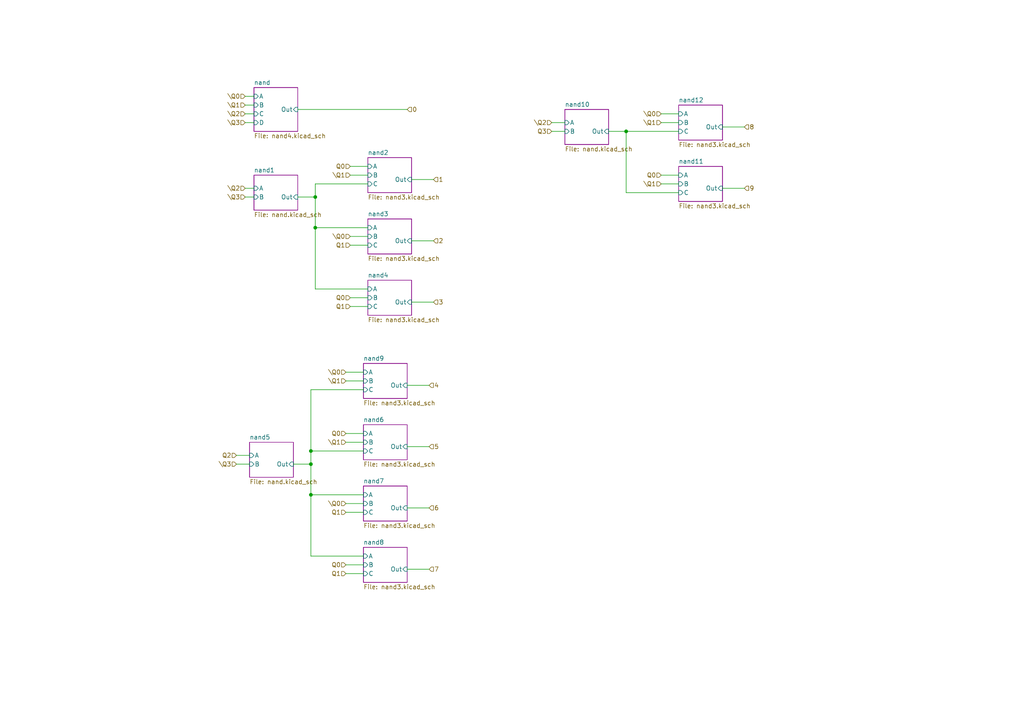
<source format=kicad_sch>
(kicad_sch
	(version 20250114)
	(generator "eeschema")
	(generator_version "9.0")
	(uuid "d5ecf7c5-cc32-42f9-83f7-6a2bca05c924")
	(paper "A4")
	(lib_symbols)
	(junction
		(at 91.44 66.04)
		(diameter 0)
		(color 0 0 0 0)
		(uuid "33c2250b-022e-44e0-a156-9dc2bcc25d49")
	)
	(junction
		(at 90.17 134.62)
		(diameter 0)
		(color 0 0 0 0)
		(uuid "476da5e8-efc8-4343-a6d8-936145074a72")
	)
	(junction
		(at 181.61 38.1)
		(diameter 0)
		(color 0 0 0 0)
		(uuid "78e33d1d-a75e-49ad-afb8-4e13ecac9e59")
	)
	(junction
		(at 91.44 57.15)
		(diameter 0)
		(color 0 0 0 0)
		(uuid "8805f144-4aa1-42e0-aa5b-6bc986168750")
	)
	(junction
		(at 90.17 143.51)
		(diameter 0)
		(color 0 0 0 0)
		(uuid "c992036e-5331-46fc-8d0c-082fb14e5fd5")
	)
	(junction
		(at 90.17 130.81)
		(diameter 0)
		(color 0 0 0 0)
		(uuid "f73d197f-5b3d-4820-90cd-1b4d518ac069")
	)
	(wire
		(pts
			(xy 91.44 83.82) (xy 106.68 83.82)
		)
		(stroke
			(width 0)
			(type default)
		)
		(uuid "054d6524-e28d-4551-b913-66bd061d7d8f")
	)
	(wire
		(pts
			(xy 90.17 143.51) (xy 105.41 143.51)
		)
		(stroke
			(width 0)
			(type default)
		)
		(uuid "066d9a0c-fbfe-4771-8be2-dbd89b382b02")
	)
	(wire
		(pts
			(xy 181.61 55.88) (xy 196.85 55.88)
		)
		(stroke
			(width 0)
			(type default)
		)
		(uuid "0b3a44ac-1e6f-4dc7-82ff-2aee77b8862b")
	)
	(wire
		(pts
			(xy 71.12 57.15) (xy 73.66 57.15)
		)
		(stroke
			(width 0)
			(type default)
		)
		(uuid "21160c5a-cc8c-4401-85f1-6f99208f9f41")
	)
	(wire
		(pts
			(xy 71.12 27.94) (xy 73.66 27.94)
		)
		(stroke
			(width 0)
			(type default)
		)
		(uuid "2183954e-83fe-4b4b-86cc-646e2271bb6a")
	)
	(wire
		(pts
			(xy 91.44 53.34) (xy 106.68 53.34)
		)
		(stroke
			(width 0)
			(type default)
		)
		(uuid "23b44a8a-260c-4a2a-aee7-c83723b6dc38")
	)
	(wire
		(pts
			(xy 118.11 129.54) (xy 124.46 129.54)
		)
		(stroke
			(width 0)
			(type default)
		)
		(uuid "30603d1c-cef6-495e-a0a8-10a6c3c4167c")
	)
	(wire
		(pts
			(xy 68.58 134.62) (xy 72.39 134.62)
		)
		(stroke
			(width 0)
			(type default)
		)
		(uuid "33c9172e-6277-46ad-817f-a35f0f8527cb")
	)
	(wire
		(pts
			(xy 100.33 110.49) (xy 105.41 110.49)
		)
		(stroke
			(width 0)
			(type default)
		)
		(uuid "35739857-9fe8-4cde-ac29-e7e149af3b58")
	)
	(wire
		(pts
			(xy 86.36 31.75) (xy 118.11 31.75)
		)
		(stroke
			(width 0)
			(type default)
		)
		(uuid "370c3923-ae63-4d8e-83fb-2d52d187ddf9")
	)
	(wire
		(pts
			(xy 119.38 69.85) (xy 125.73 69.85)
		)
		(stroke
			(width 0)
			(type default)
		)
		(uuid "3974ecbd-3440-4e96-a080-f93b70a35785")
	)
	(wire
		(pts
			(xy 90.17 161.29) (xy 105.41 161.29)
		)
		(stroke
			(width 0)
			(type default)
		)
		(uuid "3d072776-fbcc-4c14-b47b-8b3823c9695b")
	)
	(wire
		(pts
			(xy 100.33 107.95) (xy 105.41 107.95)
		)
		(stroke
			(width 0)
			(type default)
		)
		(uuid "3ebf51fd-5e1c-4bf4-8f40-b452c42a77fa")
	)
	(wire
		(pts
			(xy 100.33 125.73) (xy 105.41 125.73)
		)
		(stroke
			(width 0)
			(type default)
		)
		(uuid "4505be2f-54b3-48a4-9d74-eadf5681e0b7")
	)
	(wire
		(pts
			(xy 101.6 71.12) (xy 106.68 71.12)
		)
		(stroke
			(width 0)
			(type default)
		)
		(uuid "46e913f6-2290-4e9b-9f55-0611f71079cf")
	)
	(wire
		(pts
			(xy 100.33 146.05) (xy 105.41 146.05)
		)
		(stroke
			(width 0)
			(type default)
		)
		(uuid "4fe8937e-11d0-4f7f-af22-98e3f67c11a1")
	)
	(wire
		(pts
			(xy 101.6 50.8) (xy 106.68 50.8)
		)
		(stroke
			(width 0)
			(type default)
		)
		(uuid "52f11b8c-9d88-4e73-9d9f-df4d407b9cbf")
	)
	(wire
		(pts
			(xy 191.77 53.34) (xy 196.85 53.34)
		)
		(stroke
			(width 0)
			(type default)
		)
		(uuid "531661c4-b488-49ae-b1b9-dd6d3eefbcc2")
	)
	(wire
		(pts
			(xy 191.77 50.8) (xy 196.85 50.8)
		)
		(stroke
			(width 0)
			(type default)
		)
		(uuid "5cb49d57-ea7b-4980-b53b-44606b50a39b")
	)
	(wire
		(pts
			(xy 119.38 87.63) (xy 125.73 87.63)
		)
		(stroke
			(width 0)
			(type default)
		)
		(uuid "5d15627f-4578-4f91-b2be-80e959abf427")
	)
	(wire
		(pts
			(xy 160.02 35.56) (xy 163.83 35.56)
		)
		(stroke
			(width 0)
			(type default)
		)
		(uuid "5d96e56b-1bc3-4fce-8883-ce3b0ba6f9a2")
	)
	(wire
		(pts
			(xy 91.44 57.15) (xy 91.44 53.34)
		)
		(stroke
			(width 0)
			(type default)
		)
		(uuid "7415d877-281f-4b70-9308-a905d6ae24ea")
	)
	(wire
		(pts
			(xy 71.12 54.61) (xy 73.66 54.61)
		)
		(stroke
			(width 0)
			(type default)
		)
		(uuid "7876d6b2-2130-49b3-bcba-51e123e02f38")
	)
	(wire
		(pts
			(xy 71.12 35.56) (xy 73.66 35.56)
		)
		(stroke
			(width 0)
			(type default)
		)
		(uuid "79660776-abec-4fae-8537-67a7100574cc")
	)
	(wire
		(pts
			(xy 118.11 111.76) (xy 124.46 111.76)
		)
		(stroke
			(width 0)
			(type default)
		)
		(uuid "7b2990cd-1538-4b96-859c-5b085f642cf7")
	)
	(wire
		(pts
			(xy 105.41 113.03) (xy 90.17 113.03)
		)
		(stroke
			(width 0)
			(type default)
		)
		(uuid "7ba25ae8-c38e-4596-bd72-a7e47677d285")
	)
	(wire
		(pts
			(xy 118.11 165.1) (xy 124.46 165.1)
		)
		(stroke
			(width 0)
			(type default)
		)
		(uuid "7cd9dab5-f445-419b-bd27-f66cfa5c282f")
	)
	(wire
		(pts
			(xy 100.33 148.59) (xy 105.41 148.59)
		)
		(stroke
			(width 0)
			(type default)
		)
		(uuid "87969951-0a03-4268-ad71-3765af2a232a")
	)
	(wire
		(pts
			(xy 100.33 128.27) (xy 105.41 128.27)
		)
		(stroke
			(width 0)
			(type default)
		)
		(uuid "8d005037-bea3-4541-ae33-545e53268777")
	)
	(wire
		(pts
			(xy 86.36 57.15) (xy 91.44 57.15)
		)
		(stroke
			(width 0)
			(type default)
		)
		(uuid "8d566c98-35b7-4dc4-9cc9-0426104e4bc3")
	)
	(wire
		(pts
			(xy 71.12 33.02) (xy 73.66 33.02)
		)
		(stroke
			(width 0)
			(type default)
		)
		(uuid "8d5832a8-763f-4870-bff9-0d36f8fd05d3")
	)
	(wire
		(pts
			(xy 191.77 33.02) (xy 196.85 33.02)
		)
		(stroke
			(width 0)
			(type default)
		)
		(uuid "8e06b6ba-a85a-4703-843f-7bfc063f4375")
	)
	(wire
		(pts
			(xy 90.17 130.81) (xy 105.41 130.81)
		)
		(stroke
			(width 0)
			(type default)
		)
		(uuid "9322ed10-66ea-48cf-9da5-db1ae4ccac03")
	)
	(wire
		(pts
			(xy 71.12 30.48) (xy 73.66 30.48)
		)
		(stroke
			(width 0)
			(type default)
		)
		(uuid "999fc084-9485-4daa-b7fc-5398813cc130")
	)
	(wire
		(pts
			(xy 181.61 38.1) (xy 181.61 55.88)
		)
		(stroke
			(width 0)
			(type default)
		)
		(uuid "9bd48aeb-2e2e-4e28-b96f-a73a3eafc85a")
	)
	(wire
		(pts
			(xy 90.17 143.51) (xy 90.17 161.29)
		)
		(stroke
			(width 0)
			(type default)
		)
		(uuid "a22a236f-4c4e-4466-9186-9f0e8967ef1c")
	)
	(wire
		(pts
			(xy 209.55 36.83) (xy 215.9 36.83)
		)
		(stroke
			(width 0)
			(type default)
		)
		(uuid "a49fa97b-4766-4b5f-9214-9e56eb9378de")
	)
	(wire
		(pts
			(xy 101.6 48.26) (xy 106.68 48.26)
		)
		(stroke
			(width 0)
			(type default)
		)
		(uuid "a71a932f-40fa-4a08-8846-775b0292888d")
	)
	(wire
		(pts
			(xy 100.33 166.37) (xy 105.41 166.37)
		)
		(stroke
			(width 0)
			(type default)
		)
		(uuid "a791f477-e413-49d1-96d7-4e743c58a212")
	)
	(wire
		(pts
			(xy 191.77 35.56) (xy 196.85 35.56)
		)
		(stroke
			(width 0)
			(type default)
		)
		(uuid "aaef0b91-8bf6-4950-83c5-6e205d6bfa58")
	)
	(wire
		(pts
			(xy 68.58 132.08) (xy 72.39 132.08)
		)
		(stroke
			(width 0)
			(type default)
		)
		(uuid "ad7902f7-acdd-4873-8dbb-2b824d535ceb")
	)
	(wire
		(pts
			(xy 100.33 163.83) (xy 105.41 163.83)
		)
		(stroke
			(width 0)
			(type default)
		)
		(uuid "ae3d3f72-cd76-4173-b219-211e51b85833")
	)
	(wire
		(pts
			(xy 119.38 52.07) (xy 125.73 52.07)
		)
		(stroke
			(width 0)
			(type default)
		)
		(uuid "b1571a58-620d-4755-9cd3-c4b6cb1c44a4")
	)
	(wire
		(pts
			(xy 101.6 68.58) (xy 106.68 68.58)
		)
		(stroke
			(width 0)
			(type default)
		)
		(uuid "b4cf2ead-5cdb-40a5-9fb8-1fce8f3e4658")
	)
	(wire
		(pts
			(xy 90.17 134.62) (xy 90.17 130.81)
		)
		(stroke
			(width 0)
			(type default)
		)
		(uuid "b506e024-238a-4dde-b07e-498b39a4c797")
	)
	(wire
		(pts
			(xy 91.44 66.04) (xy 91.44 57.15)
		)
		(stroke
			(width 0)
			(type default)
		)
		(uuid "ba65ba1f-7303-4634-999a-168ad645ab19")
	)
	(wire
		(pts
			(xy 91.44 66.04) (xy 91.44 83.82)
		)
		(stroke
			(width 0)
			(type default)
		)
		(uuid "c0afb00f-a22f-40f4-ba7b-e74f71179c85")
	)
	(wire
		(pts
			(xy 90.17 113.03) (xy 90.17 130.81)
		)
		(stroke
			(width 0)
			(type default)
		)
		(uuid "c23409c7-867c-4ccf-9035-dfda8b0b38d9")
	)
	(wire
		(pts
			(xy 101.6 88.9) (xy 106.68 88.9)
		)
		(stroke
			(width 0)
			(type default)
		)
		(uuid "c56a422b-651e-499a-b585-7614ecd1f02d")
	)
	(wire
		(pts
			(xy 91.44 66.04) (xy 106.68 66.04)
		)
		(stroke
			(width 0)
			(type default)
		)
		(uuid "c715bf48-ec80-4cc9-8952-64c0cd8e96d8")
	)
	(wire
		(pts
			(xy 209.55 54.61) (xy 215.9 54.61)
		)
		(stroke
			(width 0)
			(type default)
		)
		(uuid "c7b1f039-5d24-41ce-a78f-aa9e5e6ed9b9")
	)
	(wire
		(pts
			(xy 101.6 86.36) (xy 106.68 86.36)
		)
		(stroke
			(width 0)
			(type default)
		)
		(uuid "cc61a133-3ca6-4524-9cc2-5569290d120b")
	)
	(wire
		(pts
			(xy 90.17 143.51) (xy 90.17 134.62)
		)
		(stroke
			(width 0)
			(type default)
		)
		(uuid "d0f380e4-e440-405e-a006-3741daa57fdd")
	)
	(wire
		(pts
			(xy 85.09 134.62) (xy 90.17 134.62)
		)
		(stroke
			(width 0)
			(type default)
		)
		(uuid "e6449488-a90a-470f-8498-9338c6954307")
	)
	(wire
		(pts
			(xy 118.11 147.32) (xy 124.46 147.32)
		)
		(stroke
			(width 0)
			(type default)
		)
		(uuid "e7d60a6f-a8d3-46db-b69b-86862a6b5e68")
	)
	(wire
		(pts
			(xy 181.61 38.1) (xy 196.85 38.1)
		)
		(stroke
			(width 0)
			(type default)
		)
		(uuid "f26050df-9714-4686-9031-b2f5940eb442")
	)
	(wire
		(pts
			(xy 176.53 38.1) (xy 181.61 38.1)
		)
		(stroke
			(width 0)
			(type default)
		)
		(uuid "f56a0a81-4bf6-40ba-b981-9de54eeb7a88")
	)
	(wire
		(pts
			(xy 160.02 38.1) (xy 163.83 38.1)
		)
		(stroke
			(width 0)
			(type default)
		)
		(uuid "fa58281a-8434-4951-9571-bd462bb44fd9")
	)
	(hierarchical_label "Q0"
		(shape input)
		(at 101.6 86.36 180)
		(effects
			(font
				(size 1.27 1.27)
			)
			(justify right)
		)
		(uuid "05db5242-e744-4743-bdbd-e0bfbf01c9ce")
	)
	(hierarchical_label "\\Q0"
		(shape input)
		(at 100.33 107.95 180)
		(effects
			(font
				(size 1.27 1.27)
			)
			(justify right)
		)
		(uuid "064dc689-4a2b-43ac-bd0b-df8b0c5c63d2")
	)
	(hierarchical_label "\\Q1"
		(shape input)
		(at 191.77 53.34 180)
		(effects
			(font
				(size 1.27 1.27)
			)
			(justify right)
		)
		(uuid "0e40a4be-6f85-45a7-8e42-768161599770")
	)
	(hierarchical_label "\\Q1"
		(shape input)
		(at 100.33 128.27 180)
		(effects
			(font
				(size 1.27 1.27)
			)
			(justify right)
		)
		(uuid "18dfa969-b1bd-4fed-b216-84c2ca852f78")
	)
	(hierarchical_label "Q1"
		(shape input)
		(at 100.33 166.37 180)
		(effects
			(font
				(size 1.27 1.27)
			)
			(justify right)
		)
		(uuid "1c503de1-64cd-4573-88ea-d29f7a430cad")
	)
	(hierarchical_label "Q0"
		(shape input)
		(at 100.33 163.83 180)
		(effects
			(font
				(size 1.27 1.27)
			)
			(justify right)
		)
		(uuid "208ed21d-7f29-47f2-9b19-2fb8b0307ff6")
	)
	(hierarchical_label "\\Q3"
		(shape input)
		(at 71.12 57.15 180)
		(effects
			(font
				(size 1.27 1.27)
			)
			(justify right)
		)
		(uuid "25ca5ccb-62e1-454c-be9c-c0365f98d254")
	)
	(hierarchical_label "\\Q1"
		(shape input)
		(at 71.12 30.48 180)
		(effects
			(font
				(size 1.27 1.27)
			)
			(justify right)
		)
		(uuid "2aeb4f6c-4d28-4c7e-8b8f-06b454585cb3")
	)
	(hierarchical_label "9"
		(shape input)
		(at 215.9 54.61 0)
		(effects
			(font
				(size 1.27 1.27)
			)
			(justify left)
		)
		(uuid "316b5c2e-3640-4209-94da-83188e8af47c")
	)
	(hierarchical_label "0"
		(shape input)
		(at 118.11 31.75 0)
		(effects
			(font
				(size 1.27 1.27)
			)
			(justify left)
		)
		(uuid "352e5014-a3ec-43ac-9211-aaaf837e24d7")
	)
	(hierarchical_label "7"
		(shape input)
		(at 124.46 165.1 0)
		(effects
			(font
				(size 1.27 1.27)
			)
			(justify left)
		)
		(uuid "4085eb13-7029-4450-9fa2-47931206d3f6")
	)
	(hierarchical_label "Q2"
		(shape input)
		(at 68.58 132.08 180)
		(effects
			(font
				(size 1.27 1.27)
			)
			(justify right)
		)
		(uuid "507c952d-35d0-44d6-97b1-e60e2673f601")
	)
	(hierarchical_label "\\Q0"
		(shape input)
		(at 71.12 27.94 180)
		(effects
			(font
				(size 1.27 1.27)
			)
			(justify right)
		)
		(uuid "5ba73cb6-d414-4955-85d7-96cae085dfcc")
	)
	(hierarchical_label "\\Q0"
		(shape input)
		(at 191.77 33.02 180)
		(effects
			(font
				(size 1.27 1.27)
			)
			(justify right)
		)
		(uuid "64619f92-a11a-4a09-8872-5f8cc8882864")
	)
	(hierarchical_label "\\Q2"
		(shape input)
		(at 71.12 33.02 180)
		(effects
			(font
				(size 1.27 1.27)
			)
			(justify right)
		)
		(uuid "66f3c929-4f96-4e97-a89d-06888718e7ab")
	)
	(hierarchical_label "\\Q0"
		(shape input)
		(at 100.33 146.05 180)
		(effects
			(font
				(size 1.27 1.27)
			)
			(justify right)
		)
		(uuid "793706e7-d9ef-497f-bc38-98ae1e1521a3")
	)
	(hierarchical_label "\\Q1"
		(shape input)
		(at 101.6 50.8 180)
		(effects
			(font
				(size 1.27 1.27)
			)
			(justify right)
		)
		(uuid "8158c9c8-5e3d-4e69-b50e-aaae0fbaaa1e")
	)
	(hierarchical_label "Q1"
		(shape input)
		(at 101.6 71.12 180)
		(effects
			(font
				(size 1.27 1.27)
			)
			(justify right)
		)
		(uuid "874486b5-aedb-4108-905e-d6eb4cab7a9e")
	)
	(hierarchical_label "\\Q1"
		(shape input)
		(at 100.33 110.49 180)
		(effects
			(font
				(size 1.27 1.27)
			)
			(justify right)
		)
		(uuid "87503ac6-baed-4ffa-8467-da89e69a427f")
	)
	(hierarchical_label "\\Q1"
		(shape input)
		(at 191.77 35.56 180)
		(effects
			(font
				(size 1.27 1.27)
			)
			(justify right)
		)
		(uuid "8bd1ee1b-fce2-45cf-85a6-2cb37d4bfe09")
	)
	(hierarchical_label "Q3"
		(shape input)
		(at 160.02 38.1 180)
		(effects
			(font
				(size 1.27 1.27)
			)
			(justify right)
		)
		(uuid "9342f431-9b37-4d1f-aa3b-567559677a47")
	)
	(hierarchical_label "8"
		(shape input)
		(at 215.9 36.83 0)
		(effects
			(font
				(size 1.27 1.27)
			)
			(justify left)
		)
		(uuid "9b9bc110-19e3-4909-a322-8b6b85d448dd")
	)
	(hierarchical_label "2"
		(shape input)
		(at 125.73 69.85 0)
		(effects
			(font
				(size 1.27 1.27)
			)
			(justify left)
		)
		(uuid "9fe0156f-20b7-4809-96f6-27cf3c6b1ad1")
	)
	(hierarchical_label "Q0"
		(shape input)
		(at 100.33 125.73 180)
		(effects
			(font
				(size 1.27 1.27)
			)
			(justify right)
		)
		(uuid "a35f1d14-9272-40be-bbc6-930f88da882e")
	)
	(hierarchical_label "6"
		(shape input)
		(at 124.46 147.32 0)
		(effects
			(font
				(size 1.27 1.27)
			)
			(justify left)
		)
		(uuid "a7e4d1dc-f6c6-4ccc-b6b2-dd693ab1165a")
	)
	(hierarchical_label "4"
		(shape input)
		(at 124.46 111.76 0)
		(effects
			(font
				(size 1.27 1.27)
			)
			(justify left)
		)
		(uuid "abbec9de-6833-4d35-9928-6030a3ac28cc")
	)
	(hierarchical_label "5"
		(shape input)
		(at 124.46 129.54 0)
		(effects
			(font
				(size 1.27 1.27)
			)
			(justify left)
		)
		(uuid "bd0c087b-5733-4237-8e62-e36f2526ea7f")
	)
	(hierarchical_label "\\Q3"
		(shape input)
		(at 68.58 134.62 180)
		(effects
			(font
				(size 1.27 1.27)
			)
			(justify right)
		)
		(uuid "d675b53b-3d1e-4f8a-91ea-c2b788dcdf8f")
	)
	(hierarchical_label "Q1"
		(shape input)
		(at 100.33 148.59 180)
		(effects
			(font
				(size 1.27 1.27)
			)
			(justify right)
		)
		(uuid "d687dce4-6cf8-4a11-954a-ae116dc58754")
	)
	(hierarchical_label "Q0"
		(shape input)
		(at 101.6 48.26 180)
		(effects
			(font
				(size 1.27 1.27)
			)
			(justify right)
		)
		(uuid "dc27f29d-b4e7-455c-9d2a-da105e052266")
	)
	(hierarchical_label "3"
		(shape input)
		(at 125.73 87.63 0)
		(effects
			(font
				(size 1.27 1.27)
			)
			(justify left)
		)
		(uuid "e4094f7f-5431-402f-b560-06168c6c1fcc")
	)
	(hierarchical_label "Q1"
		(shape input)
		(at 101.6 88.9 180)
		(effects
			(font
				(size 1.27 1.27)
			)
			(justify right)
		)
		(uuid "ee1b9bb3-d37e-44a5-89fa-ecd623eb3781")
	)
	(hierarchical_label "1"
		(shape input)
		(at 125.73 52.07 0)
		(effects
			(font
				(size 1.27 1.27)
			)
			(justify left)
		)
		(uuid "f08f48c6-6536-472f-b87d-4fa29dd47e00")
	)
	(hierarchical_label "\\Q2"
		(shape input)
		(at 160.02 35.56 180)
		(effects
			(font
				(size 1.27 1.27)
			)
			(justify right)
		)
		(uuid "f3e120f3-24bc-4812-8a64-84d7131e2170")
	)
	(hierarchical_label "\\Q2"
		(shape input)
		(at 71.12 54.61 180)
		(effects
			(font
				(size 1.27 1.27)
			)
			(justify right)
		)
		(uuid "f4628f84-7a18-48d0-ac18-32397d98aeea")
	)
	(hierarchical_label "\\Q3"
		(shape input)
		(at 71.12 35.56 180)
		(effects
			(font
				(size 1.27 1.27)
			)
			(justify right)
		)
		(uuid "f6c369d5-f467-465b-bb73-cb6488f7c879")
	)
	(hierarchical_label "Q0"
		(shape input)
		(at 191.77 50.8 180)
		(effects
			(font
				(size 1.27 1.27)
			)
			(justify right)
		)
		(uuid "fd50ec07-c928-433d-a74a-dc5e3904f390")
	)
	(hierarchical_label "\\Q0"
		(shape input)
		(at 101.6 68.58 180)
		(effects
			(font
				(size 1.27 1.27)
			)
			(justify right)
		)
		(uuid "fe25553e-ae1c-4b40-956f-31ceec6e6dae")
	)
	(sheet
		(at 163.83 31.75)
		(size 12.7 10.16)
		(exclude_from_sim no)
		(in_bom yes)
		(on_board yes)
		(dnp no)
		(fields_autoplaced yes)
		(stroke
			(width 0.1524)
			(type solid)
			(color 132 0 132 1)
		)
		(fill
			(color 255 255 255 0.0000)
		)
		(uuid "0537d70e-fdb2-48d0-9d8f-3ccbc082f689")
		(property "Sheetname" "nand10"
			(at 163.83 31.0384 0)
			(effects
				(font
					(size 1.27 1.27)
				)
				(justify left bottom)
			)
		)
		(property "Sheetfile" "nand.kicad_sch"
			(at 163.83 42.4946 0)
			(effects
				(font
					(size 1.27 1.27)
				)
				(justify left top)
			)
		)
		(pin "A" input
			(at 163.83 35.56 180)
			(uuid "5c20f642-cf05-4eb6-9642-4754a3722284")
			(effects
				(font
					(size 1.27 1.27)
				)
				(justify left)
			)
		)
		(pin "B" input
			(at 163.83 38.1 180)
			(uuid "1652c1f8-5050-4d0f-bd92-92886d8d574f")
			(effects
				(font
					(size 1.27 1.27)
				)
				(justify left)
			)
		)
		(pin "Out" input
			(at 176.53 38.1 0)
			(uuid "b1599654-79c1-49c3-b70c-bd4efdc226f8")
			(effects
				(font
					(size 1.27 1.27)
				)
				(justify right)
			)
		)
		(instances
			(project "transistor-clock"
				(path "/ce10d5bc-995e-4952-aa76-0a08f713a0f2/2c36a9e9-de42-4705-9ad4-94f4cc168e2f/b52e17f4-8de5-4ac3-9a56-8e7fd7073d2b"
					(page "261")
				)
				(path "/ce10d5bc-995e-4952-aa76-0a08f713a0f2/2c36a9e9-de42-4705-9ad4-94f4cc168e2f/e3090ade-adf9-41e7-9c4d-7ceb9518aa28"
					(page "285")
				)
				(path "/ce10d5bc-995e-4952-aa76-0a08f713a0f2/2c36a9e9-de42-4705-9ad4-94f4cc168e2f/49b62d3b-7090-4f14-b374-032413294413"
					(page "299")
				)
			)
		)
	)
	(sheet
		(at 105.41 105.41)
		(size 12.7 10.16)
		(exclude_from_sim no)
		(in_bom yes)
		(on_board yes)
		(dnp no)
		(fields_autoplaced yes)
		(stroke
			(width 0.1524)
			(type solid)
			(color 132 0 132 1)
		)
		(fill
			(color 255 255 255 0.0000)
		)
		(uuid "1f73eec5-e37d-4aca-84d0-9dc8999fef11")
		(property "Sheetname" "nand9"
			(at 105.41 104.6984 0)
			(effects
				(font
					(size 1.27 1.27)
				)
				(justify left bottom)
			)
		)
		(property "Sheetfile" "nand3.kicad_sch"
			(at 105.41 116.1546 0)
			(effects
				(font
					(size 1.27 1.27)
				)
				(justify left top)
			)
		)
		(pin "A" input
			(at 105.41 107.95 180)
			(uuid "09934b78-682a-4436-8491-5ecfd4d66bf6")
			(effects
				(font
					(size 1.27 1.27)
				)
				(justify left)
			)
		)
		(pin "B" input
			(at 105.41 110.49 180)
			(uuid "a4cb457e-92c1-47dc-91e6-4cddead9d6b1")
			(effects
				(font
					(size 1.27 1.27)
				)
				(justify left)
			)
		)
		(pin "Out" input
			(at 118.11 111.76 0)
			(uuid "f7da817a-8cd6-4728-83a0-3a00de2cc1f8")
			(effects
				(font
					(size 1.27 1.27)
				)
				(justify right)
			)
		)
		(pin "C" input
			(at 105.41 113.03 180)
			(uuid "4808b3e9-9f8f-4d98-8452-1db54d295b7b")
			(effects
				(font
					(size 1.27 1.27)
				)
				(justify left)
			)
		)
		(instances
			(project "transistor-clock"
				(path "/ce10d5bc-995e-4952-aa76-0a08f713a0f2/2c36a9e9-de42-4705-9ad4-94f4cc168e2f/b52e17f4-8de5-4ac3-9a56-8e7fd7073d2b"
					(page "257")
				)
				(path "/ce10d5bc-995e-4952-aa76-0a08f713a0f2/2c36a9e9-de42-4705-9ad4-94f4cc168e2f/e3090ade-adf9-41e7-9c4d-7ceb9518aa28"
					(page "281")
				)
				(path "/ce10d5bc-995e-4952-aa76-0a08f713a0f2/2c36a9e9-de42-4705-9ad4-94f4cc168e2f/49b62d3b-7090-4f14-b374-032413294413"
					(page "295")
				)
			)
		)
	)
	(sheet
		(at 73.66 25.4)
		(size 12.7 12.7)
		(exclude_from_sim no)
		(in_bom yes)
		(on_board yes)
		(dnp no)
		(fields_autoplaced yes)
		(stroke
			(width 0.1524)
			(type solid)
			(color 132 0 132 1)
		)
		(fill
			(color 255 255 255 0.0000)
		)
		(uuid "2c94928a-7da0-4567-8b95-91a86493c9bc")
		(property "Sheetname" "nand"
			(at 73.66 24.6884 0)
			(effects
				(font
					(size 1.27 1.27)
				)
				(justify left bottom)
			)
		)
		(property "Sheetfile" "nand4.kicad_sch"
			(at 73.66 38.6846 0)
			(effects
				(font
					(size 1.27 1.27)
				)
				(justify left top)
			)
		)
		(pin "A" input
			(at 73.66 27.94 180)
			(uuid "34d714f5-7908-4f59-bff3-1db7b2cdb0a5")
			(effects
				(font
					(size 1.27 1.27)
				)
				(justify left)
			)
		)
		(pin "B" input
			(at 73.66 30.48 180)
			(uuid "63083c6f-85e6-4a78-b288-f2debf3facb2")
			(effects
				(font
					(size 1.27 1.27)
				)
				(justify left)
			)
		)
		(pin "C" input
			(at 73.66 33.02 180)
			(uuid "26017a65-9e44-4653-9325-11f6be1a376f")
			(effects
				(font
					(size 1.27 1.27)
				)
				(justify left)
			)
		)
		(pin "D" input
			(at 73.66 35.56 180)
			(uuid "8df293d2-5d98-48cf-8245-09a8b23acce5")
			(effects
				(font
					(size 1.27 1.27)
				)
				(justify left)
			)
		)
		(pin "Out" input
			(at 86.36 31.75 0)
			(uuid "167c7422-17e4-46df-9f89-5f3e14a8ccdf")
			(effects
				(font
					(size 1.27 1.27)
				)
				(justify right)
			)
		)
		(instances
			(project "transistor-clock"
				(path "/ce10d5bc-995e-4952-aa76-0a08f713a0f2/2c36a9e9-de42-4705-9ad4-94f4cc168e2f/b52e17f4-8de5-4ac3-9a56-8e7fd7073d2b"
					(page "259")
				)
				(path "/ce10d5bc-995e-4952-aa76-0a08f713a0f2/2c36a9e9-de42-4705-9ad4-94f4cc168e2f/e3090ade-adf9-41e7-9c4d-7ceb9518aa28"
					(page "283")
				)
				(path "/ce10d5bc-995e-4952-aa76-0a08f713a0f2/2c36a9e9-de42-4705-9ad4-94f4cc168e2f/49b62d3b-7090-4f14-b374-032413294413"
					(page "297")
				)
			)
		)
	)
	(sheet
		(at 105.41 123.19)
		(size 12.7 10.16)
		(exclude_from_sim no)
		(in_bom yes)
		(on_board yes)
		(dnp no)
		(fields_autoplaced yes)
		(stroke
			(width 0.1524)
			(type solid)
			(color 132 0 132 1)
		)
		(fill
			(color 255 255 255 0.0000)
		)
		(uuid "40ce095c-7068-416d-94d2-7640024bdbc8")
		(property "Sheetname" "nand6"
			(at 105.41 122.4784 0)
			(effects
				(font
					(size 1.27 1.27)
				)
				(justify left bottom)
			)
		)
		(property "Sheetfile" "nand3.kicad_sch"
			(at 105.41 133.9346 0)
			(effects
				(font
					(size 1.27 1.27)
				)
				(justify left top)
			)
		)
		(pin "A" input
			(at 105.41 125.73 180)
			(uuid "d9ac8188-3b42-4e33-bf83-718b7f23c016")
			(effects
				(font
					(size 1.27 1.27)
				)
				(justify left)
			)
		)
		(pin "B" input
			(at 105.41 128.27 180)
			(uuid "a39d7765-6599-470d-affa-6016fad083fa")
			(effects
				(font
					(size 1.27 1.27)
				)
				(justify left)
			)
		)
		(pin "Out" input
			(at 118.11 129.54 0)
			(uuid "64044e6a-86d2-4b12-8507-0cd3314d23a3")
			(effects
				(font
					(size 1.27 1.27)
				)
				(justify right)
			)
		)
		(pin "C" input
			(at 105.41 130.81 180)
			(uuid "b91092f9-f4e6-4982-81e5-51b44e99188c")
			(effects
				(font
					(size 1.27 1.27)
				)
				(justify left)
			)
		)
		(instances
			(project "transistor-clock"
				(path "/ce10d5bc-995e-4952-aa76-0a08f713a0f2/2c36a9e9-de42-4705-9ad4-94f4cc168e2f/b52e17f4-8de5-4ac3-9a56-8e7fd7073d2b"
					(page "266")
				)
				(path "/ce10d5bc-995e-4952-aa76-0a08f713a0f2/2c36a9e9-de42-4705-9ad4-94f4cc168e2f/e3090ade-adf9-41e7-9c4d-7ceb9518aa28"
					(page "290")
				)
				(path "/ce10d5bc-995e-4952-aa76-0a08f713a0f2/2c36a9e9-de42-4705-9ad4-94f4cc168e2f/49b62d3b-7090-4f14-b374-032413294413"
					(page "304")
				)
			)
		)
	)
	(sheet
		(at 106.68 63.5)
		(size 12.7 10.16)
		(exclude_from_sim no)
		(in_bom yes)
		(on_board yes)
		(dnp no)
		(fields_autoplaced yes)
		(stroke
			(width 0.1524)
			(type solid)
			(color 132 0 132 1)
		)
		(fill
			(color 255 255 255 0.0000)
		)
		(uuid "593df0df-4d29-466d-81f4-0d5ba52265a1")
		(property "Sheetname" "nand3"
			(at 106.68 62.7884 0)
			(effects
				(font
					(size 1.27 1.27)
				)
				(justify left bottom)
			)
		)
		(property "Sheetfile" "nand3.kicad_sch"
			(at 106.68 74.2446 0)
			(effects
				(font
					(size 1.27 1.27)
				)
				(justify left top)
			)
		)
		(pin "A" input
			(at 106.68 66.04 180)
			(uuid "d4ff61d3-fbd9-45cb-a8fb-d25e9f50b784")
			(effects
				(font
					(size 1.27 1.27)
				)
				(justify left)
			)
		)
		(pin "B" input
			(at 106.68 68.58 180)
			(uuid "a3cc0574-6269-4b9a-b174-4d9ad251b974")
			(effects
				(font
					(size 1.27 1.27)
				)
				(justify left)
			)
		)
		(pin "Out" input
			(at 119.38 69.85 0)
			(uuid "19bb5e79-e0e9-44e2-b9fc-da84b54bdbe0")
			(effects
				(font
					(size 1.27 1.27)
				)
				(justify right)
			)
		)
		(pin "C" input
			(at 106.68 71.12 180)
			(uuid "fbbb647f-7d90-47dd-ad8c-cd3d58415ac4")
			(effects
				(font
					(size 1.27 1.27)
				)
				(justify left)
			)
		)
		(instances
			(project "transistor-clock"
				(path "/ce10d5bc-995e-4952-aa76-0a08f713a0f2/2c36a9e9-de42-4705-9ad4-94f4cc168e2f/b52e17f4-8de5-4ac3-9a56-8e7fd7073d2b"
					(page "256")
				)
				(path "/ce10d5bc-995e-4952-aa76-0a08f713a0f2/2c36a9e9-de42-4705-9ad4-94f4cc168e2f/e3090ade-adf9-41e7-9c4d-7ceb9518aa28"
					(page "280")
				)
				(path "/ce10d5bc-995e-4952-aa76-0a08f713a0f2/2c36a9e9-de42-4705-9ad4-94f4cc168e2f/49b62d3b-7090-4f14-b374-032413294413"
					(page "294")
				)
			)
		)
	)
	(sheet
		(at 72.39 128.27)
		(size 12.7 10.16)
		(exclude_from_sim no)
		(in_bom yes)
		(on_board yes)
		(dnp no)
		(fields_autoplaced yes)
		(stroke
			(width 0.1524)
			(type solid)
			(color 132 0 132 1)
		)
		(fill
			(color 255 255 255 0.0000)
		)
		(uuid "94ca1186-7521-4de7-bb01-26bc5fdac090")
		(property "Sheetname" "nand5"
			(at 72.39 127.5584 0)
			(effects
				(font
					(size 1.27 1.27)
				)
				(justify left bottom)
			)
		)
		(property "Sheetfile" "nand.kicad_sch"
			(at 72.39 139.0146 0)
			(effects
				(font
					(size 1.27 1.27)
				)
				(justify left top)
			)
		)
		(pin "A" input
			(at 72.39 132.08 180)
			(uuid "67ef221c-1b9f-4fd4-8259-b3ee30bff4c7")
			(effects
				(font
					(size 1.27 1.27)
				)
				(justify left)
			)
		)
		(pin "B" input
			(at 72.39 134.62 180)
			(uuid "be22dc62-f987-4eb8-8b3e-f4a8dce5b8b0")
			(effects
				(font
					(size 1.27 1.27)
				)
				(justify left)
			)
		)
		(pin "Out" input
			(at 85.09 134.62 0)
			(uuid "13fdf283-a628-40a4-ae51-80fbd5596c55")
			(effects
				(font
					(size 1.27 1.27)
				)
				(justify right)
			)
		)
		(instances
			(project "transistor-clock"
				(path "/ce10d5bc-995e-4952-aa76-0a08f713a0f2/2c36a9e9-de42-4705-9ad4-94f4cc168e2f/b52e17f4-8de5-4ac3-9a56-8e7fd7073d2b"
					(page "265")
				)
				(path "/ce10d5bc-995e-4952-aa76-0a08f713a0f2/2c36a9e9-de42-4705-9ad4-94f4cc168e2f/e3090ade-adf9-41e7-9c4d-7ceb9518aa28"
					(page "289")
				)
				(path "/ce10d5bc-995e-4952-aa76-0a08f713a0f2/2c36a9e9-de42-4705-9ad4-94f4cc168e2f/49b62d3b-7090-4f14-b374-032413294413"
					(page "303")
				)
			)
		)
	)
	(sheet
		(at 106.68 45.72)
		(size 12.7 10.16)
		(exclude_from_sim no)
		(in_bom yes)
		(on_board yes)
		(dnp no)
		(fields_autoplaced yes)
		(stroke
			(width 0.1524)
			(type solid)
			(color 132 0 132 1)
		)
		(fill
			(color 255 255 255 0.0000)
		)
		(uuid "964355d9-3db8-41e3-a71e-58bcac1d5cad")
		(property "Sheetname" "nand2"
			(at 106.68 45.0084 0)
			(effects
				(font
					(size 1.27 1.27)
				)
				(justify left bottom)
			)
		)
		(property "Sheetfile" "nand3.kicad_sch"
			(at 106.68 56.4646 0)
			(effects
				(font
					(size 1.27 1.27)
				)
				(justify left top)
			)
		)
		(pin "A" input
			(at 106.68 48.26 180)
			(uuid "1abf1d07-3b6d-4933-924c-8cb3ed0151a2")
			(effects
				(font
					(size 1.27 1.27)
				)
				(justify left)
			)
		)
		(pin "B" input
			(at 106.68 50.8 180)
			(uuid "ea237c94-ccba-4541-8813-481ab3764b8e")
			(effects
				(font
					(size 1.27 1.27)
				)
				(justify left)
			)
		)
		(pin "Out" input
			(at 119.38 52.07 0)
			(uuid "686596b2-08b3-4391-9c9c-71e8e8826279")
			(effects
				(font
					(size 1.27 1.27)
				)
				(justify right)
			)
		)
		(pin "C" input
			(at 106.68 53.34 180)
			(uuid "39adcfb3-91c6-4fbc-ad1f-0b3739c21edb")
			(effects
				(font
					(size 1.27 1.27)
				)
				(justify left)
			)
		)
		(instances
			(project "transistor-clock"
				(path "/ce10d5bc-995e-4952-aa76-0a08f713a0f2/2c36a9e9-de42-4705-9ad4-94f4cc168e2f/b52e17f4-8de5-4ac3-9a56-8e7fd7073d2b"
					(page "262")
				)
				(path "/ce10d5bc-995e-4952-aa76-0a08f713a0f2/2c36a9e9-de42-4705-9ad4-94f4cc168e2f/e3090ade-adf9-41e7-9c4d-7ceb9518aa28"
					(page "286")
				)
				(path "/ce10d5bc-995e-4952-aa76-0a08f713a0f2/2c36a9e9-de42-4705-9ad4-94f4cc168e2f/49b62d3b-7090-4f14-b374-032413294413"
					(page "300")
				)
			)
		)
	)
	(sheet
		(at 106.68 81.28)
		(size 12.7 10.16)
		(exclude_from_sim no)
		(in_bom yes)
		(on_board yes)
		(dnp no)
		(fields_autoplaced yes)
		(stroke
			(width 0.1524)
			(type solid)
			(color 132 0 132 1)
		)
		(fill
			(color 255 255 255 0.0000)
		)
		(uuid "d33fcc44-7cbe-47be-a796-10e1334bc8f9")
		(property "Sheetname" "nand4"
			(at 106.68 80.5684 0)
			(effects
				(font
					(size 1.27 1.27)
				)
				(justify left bottom)
			)
		)
		(property "Sheetfile" "nand3.kicad_sch"
			(at 106.68 92.0246 0)
			(effects
				(font
					(size 1.27 1.27)
				)
				(justify left top)
			)
		)
		(pin "A" input
			(at 106.68 83.82 180)
			(uuid "11efdbcc-4922-47d8-aaa8-cdbd56c0efca")
			(effects
				(font
					(size 1.27 1.27)
				)
				(justify left)
			)
		)
		(pin "B" input
			(at 106.68 86.36 180)
			(uuid "baa8b1e2-05bc-4d3f-a718-0acd6f7df912")
			(effects
				(font
					(size 1.27 1.27)
				)
				(justify left)
			)
		)
		(pin "Out" input
			(at 119.38 87.63 0)
			(uuid "93737404-3694-4d15-b1e8-9af0cd5aed80")
			(effects
				(font
					(size 1.27 1.27)
				)
				(justify right)
			)
		)
		(pin "C" input
			(at 106.68 88.9 180)
			(uuid "48ee1629-d0c0-41fd-8236-1fbb43ad34f7")
			(effects
				(font
					(size 1.27 1.27)
				)
				(justify left)
			)
		)
		(instances
			(project "transistor-clock"
				(path "/ce10d5bc-995e-4952-aa76-0a08f713a0f2/2c36a9e9-de42-4705-9ad4-94f4cc168e2f/b52e17f4-8de5-4ac3-9a56-8e7fd7073d2b"
					(page "258")
				)
				(path "/ce10d5bc-995e-4952-aa76-0a08f713a0f2/2c36a9e9-de42-4705-9ad4-94f4cc168e2f/e3090ade-adf9-41e7-9c4d-7ceb9518aa28"
					(page "282")
				)
				(path "/ce10d5bc-995e-4952-aa76-0a08f713a0f2/2c36a9e9-de42-4705-9ad4-94f4cc168e2f/49b62d3b-7090-4f14-b374-032413294413"
					(page "296")
				)
			)
		)
	)
	(sheet
		(at 196.85 48.26)
		(size 12.7 10.16)
		(exclude_from_sim no)
		(in_bom yes)
		(on_board yes)
		(dnp no)
		(fields_autoplaced yes)
		(stroke
			(width 0.1524)
			(type solid)
			(color 132 0 132 1)
		)
		(fill
			(color 255 255 255 0.0000)
		)
		(uuid "db2a7d1d-1103-475a-9ce0-12a0d4122134")
		(property "Sheetname" "nand11"
			(at 196.85 47.5484 0)
			(effects
				(font
					(size 1.27 1.27)
				)
				(justify left bottom)
			)
		)
		(property "Sheetfile" "nand3.kicad_sch"
			(at 196.85 59.0046 0)
			(effects
				(font
					(size 1.27 1.27)
				)
				(justify left top)
			)
		)
		(pin "A" input
			(at 196.85 50.8 180)
			(uuid "39ed375a-54fa-41de-9398-9db0fac7c613")
			(effects
				(font
					(size 1.27 1.27)
				)
				(justify left)
			)
		)
		(pin "B" input
			(at 196.85 53.34 180)
			(uuid "1437009e-e787-42e5-9741-507a85d2f7be")
			(effects
				(font
					(size 1.27 1.27)
				)
				(justify left)
			)
		)
		(pin "Out" input
			(at 209.55 54.61 0)
			(uuid "0408e645-0c4f-47b8-bd21-f25e62bc528c")
			(effects
				(font
					(size 1.27 1.27)
				)
				(justify right)
			)
		)
		(pin "C" input
			(at 196.85 55.88 180)
			(uuid "cc93eeb3-4213-49a2-a9fc-8804215e9414")
			(effects
				(font
					(size 1.27 1.27)
				)
				(justify left)
			)
		)
		(instances
			(project "transistor-clock"
				(path "/ce10d5bc-995e-4952-aa76-0a08f713a0f2/2c36a9e9-de42-4705-9ad4-94f4cc168e2f/b52e17f4-8de5-4ac3-9a56-8e7fd7073d2b"
					(page "263")
				)
				(path "/ce10d5bc-995e-4952-aa76-0a08f713a0f2/2c36a9e9-de42-4705-9ad4-94f4cc168e2f/e3090ade-adf9-41e7-9c4d-7ceb9518aa28"
					(page "287")
				)
				(path "/ce10d5bc-995e-4952-aa76-0a08f713a0f2/2c36a9e9-de42-4705-9ad4-94f4cc168e2f/49b62d3b-7090-4f14-b374-032413294413"
					(page "301")
				)
			)
		)
	)
	(sheet
		(at 196.85 30.48)
		(size 12.7 10.16)
		(exclude_from_sim no)
		(in_bom yes)
		(on_board yes)
		(dnp no)
		(fields_autoplaced yes)
		(stroke
			(width 0.1524)
			(type solid)
			(color 132 0 132 1)
		)
		(fill
			(color 255 255 255 0.0000)
		)
		(uuid "ddbb03ab-6e9e-41a3-b451-18067f9f1881")
		(property "Sheetname" "nand12"
			(at 196.85 29.7684 0)
			(effects
				(font
					(size 1.27 1.27)
				)
				(justify left bottom)
			)
		)
		(property "Sheetfile" "nand3.kicad_sch"
			(at 196.85 41.2246 0)
			(effects
				(font
					(size 1.27 1.27)
				)
				(justify left top)
			)
		)
		(pin "A" input
			(at 196.85 33.02 180)
			(uuid "8fb6b165-8fab-4b0b-8629-6602e402b758")
			(effects
				(font
					(size 1.27 1.27)
				)
				(justify left)
			)
		)
		(pin "B" input
			(at 196.85 35.56 180)
			(uuid "13d86e15-f080-4aa3-968a-cbf8a5ba3115")
			(effects
				(font
					(size 1.27 1.27)
				)
				(justify left)
			)
		)
		(pin "Out" input
			(at 209.55 36.83 0)
			(uuid "6141f250-ff08-4889-b800-d356ac719b96")
			(effects
				(font
					(size 1.27 1.27)
				)
				(justify right)
			)
		)
		(pin "C" input
			(at 196.85 38.1 180)
			(uuid "c0095762-1699-409a-aa9a-43d1bfe28485")
			(effects
				(font
					(size 1.27 1.27)
				)
				(justify left)
			)
		)
		(instances
			(project "transistor-clock"
				(path "/ce10d5bc-995e-4952-aa76-0a08f713a0f2/2c36a9e9-de42-4705-9ad4-94f4cc168e2f/b52e17f4-8de5-4ac3-9a56-8e7fd7073d2b"
					(page "264")
				)
				(path "/ce10d5bc-995e-4952-aa76-0a08f713a0f2/2c36a9e9-de42-4705-9ad4-94f4cc168e2f/e3090ade-adf9-41e7-9c4d-7ceb9518aa28"
					(page "288")
				)
				(path "/ce10d5bc-995e-4952-aa76-0a08f713a0f2/2c36a9e9-de42-4705-9ad4-94f4cc168e2f/49b62d3b-7090-4f14-b374-032413294413"
					(page "302")
				)
			)
		)
	)
	(sheet
		(at 105.41 158.75)
		(size 12.7 10.16)
		(exclude_from_sim no)
		(in_bom yes)
		(on_board yes)
		(dnp no)
		(fields_autoplaced yes)
		(stroke
			(width 0.1524)
			(type solid)
			(color 132 0 132 1)
		)
		(fill
			(color 255 255 255 0.0000)
		)
		(uuid "ddc100d9-9d8f-46a4-b090-180cd44015e7")
		(property "Sheetname" "nand8"
			(at 105.41 158.0384 0)
			(effects
				(font
					(size 1.27 1.27)
				)
				(justify left bottom)
			)
		)
		(property "Sheetfile" "nand3.kicad_sch"
			(at 105.41 169.4946 0)
			(effects
				(font
					(size 1.27 1.27)
				)
				(justify left top)
			)
		)
		(pin "A" input
			(at 105.41 161.29 180)
			(uuid "96cdfbae-3010-4510-9127-88cb52a41738")
			(effects
				(font
					(size 1.27 1.27)
				)
				(justify left)
			)
		)
		(pin "B" input
			(at 105.41 163.83 180)
			(uuid "a6ac93b3-bb0e-4c40-bcd8-fcfafd3ed200")
			(effects
				(font
					(size 1.27 1.27)
				)
				(justify left)
			)
		)
		(pin "Out" input
			(at 118.11 165.1 0)
			(uuid "f6d2803c-813a-4530-be11-a4a46045c00f")
			(effects
				(font
					(size 1.27 1.27)
				)
				(justify right)
			)
		)
		(pin "C" input
			(at 105.41 166.37 180)
			(uuid "ed00615f-d701-456c-973f-bf85343980e4")
			(effects
				(font
					(size 1.27 1.27)
				)
				(justify left)
			)
		)
		(instances
			(project "transistor-clock"
				(path "/ce10d5bc-995e-4952-aa76-0a08f713a0f2/2c36a9e9-de42-4705-9ad4-94f4cc168e2f/b52e17f4-8de5-4ac3-9a56-8e7fd7073d2b"
					(page "267")
				)
				(path "/ce10d5bc-995e-4952-aa76-0a08f713a0f2/2c36a9e9-de42-4705-9ad4-94f4cc168e2f/e3090ade-adf9-41e7-9c4d-7ceb9518aa28"
					(page "291")
				)
				(path "/ce10d5bc-995e-4952-aa76-0a08f713a0f2/2c36a9e9-de42-4705-9ad4-94f4cc168e2f/49b62d3b-7090-4f14-b374-032413294413"
					(page "305")
				)
			)
		)
	)
	(sheet
		(at 73.66 50.8)
		(size 12.7 10.16)
		(exclude_from_sim no)
		(in_bom yes)
		(on_board yes)
		(dnp no)
		(fields_autoplaced yes)
		(stroke
			(width 0.1524)
			(type solid)
			(color 132 0 132 1)
		)
		(fill
			(color 255 255 255 0.0000)
		)
		(uuid "dec7f243-ef49-4d45-98d8-91c73e416837")
		(property "Sheetname" "nand1"
			(at 73.66 50.0884 0)
			(effects
				(font
					(size 1.27 1.27)
				)
				(justify left bottom)
			)
		)
		(property "Sheetfile" "nand.kicad_sch"
			(at 73.66 61.5446 0)
			(effects
				(font
					(size 1.27 1.27)
				)
				(justify left top)
			)
		)
		(pin "A" input
			(at 73.66 54.61 180)
			(uuid "7e05cc9a-5377-4168-bc11-63c1db8ab523")
			(effects
				(font
					(size 1.27 1.27)
				)
				(justify left)
			)
		)
		(pin "B" input
			(at 73.66 57.15 180)
			(uuid "35ba8221-ae9f-4946-bc94-957947d55212")
			(effects
				(font
					(size 1.27 1.27)
				)
				(justify left)
			)
		)
		(pin "Out" input
			(at 86.36 57.15 0)
			(uuid "e465dcac-df80-42c2-8b9f-7120e3b747a4")
			(effects
				(font
					(size 1.27 1.27)
				)
				(justify right)
			)
		)
		(instances
			(project "transistor-clock"
				(path "/ce10d5bc-995e-4952-aa76-0a08f713a0f2/2c36a9e9-de42-4705-9ad4-94f4cc168e2f/b52e17f4-8de5-4ac3-9a56-8e7fd7073d2b"
					(page "260")
				)
				(path "/ce10d5bc-995e-4952-aa76-0a08f713a0f2/2c36a9e9-de42-4705-9ad4-94f4cc168e2f/e3090ade-adf9-41e7-9c4d-7ceb9518aa28"
					(page "284")
				)
				(path "/ce10d5bc-995e-4952-aa76-0a08f713a0f2/2c36a9e9-de42-4705-9ad4-94f4cc168e2f/49b62d3b-7090-4f14-b374-032413294413"
					(page "298")
				)
			)
		)
	)
	(sheet
		(at 105.41 140.97)
		(size 12.7 10.16)
		(exclude_from_sim no)
		(in_bom yes)
		(on_board yes)
		(dnp no)
		(fields_autoplaced yes)
		(stroke
			(width 0.1524)
			(type solid)
			(color 132 0 132 1)
		)
		(fill
			(color 255 255 255 0.0000)
		)
		(uuid "fb4e473b-06b7-40f9-96be-7741d483a67e")
		(property "Sheetname" "nand7"
			(at 105.41 140.2584 0)
			(effects
				(font
					(size 1.27 1.27)
				)
				(justify left bottom)
			)
		)
		(property "Sheetfile" "nand3.kicad_sch"
			(at 105.41 151.7146 0)
			(effects
				(font
					(size 1.27 1.27)
				)
				(justify left top)
			)
		)
		(pin "A" input
			(at 105.41 143.51 180)
			(uuid "de6afd75-ebbc-42aa-b173-2a6f909900a1")
			(effects
				(font
					(size 1.27 1.27)
				)
				(justify left)
			)
		)
		(pin "B" input
			(at 105.41 146.05 180)
			(uuid "c50056e5-d70c-4873-aef1-45545a0cf71e")
			(effects
				(font
					(size 1.27 1.27)
				)
				(justify left)
			)
		)
		(pin "Out" input
			(at 118.11 147.32 0)
			(uuid "672e0f30-8770-4f12-818b-23850852d382")
			(effects
				(font
					(size 1.27 1.27)
				)
				(justify right)
			)
		)
		(pin "C" input
			(at 105.41 148.59 180)
			(uuid "95b85a9c-1e91-4e03-9998-d6ae6bcfed4c")
			(effects
				(font
					(size 1.27 1.27)
				)
				(justify left)
			)
		)
		(instances
			(project "transistor-clock"
				(path "/ce10d5bc-995e-4952-aa76-0a08f713a0f2/2c36a9e9-de42-4705-9ad4-94f4cc168e2f/b52e17f4-8de5-4ac3-9a56-8e7fd7073d2b"
					(page "268")
				)
				(path "/ce10d5bc-995e-4952-aa76-0a08f713a0f2/2c36a9e9-de42-4705-9ad4-94f4cc168e2f/e3090ade-adf9-41e7-9c4d-7ceb9518aa28"
					(page "292")
				)
				(path "/ce10d5bc-995e-4952-aa76-0a08f713a0f2/2c36a9e9-de42-4705-9ad4-94f4cc168e2f/49b62d3b-7090-4f14-b374-032413294413"
					(page "306")
				)
			)
		)
	)
)

</source>
